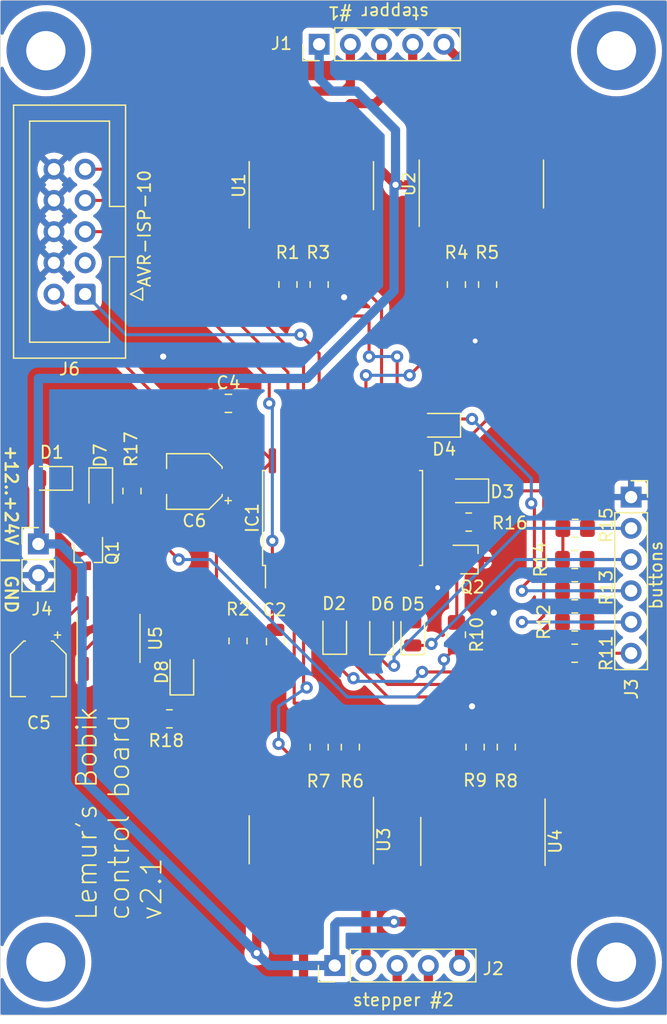
<source format=kicad_pcb>
(kicad_pcb (version 20221018) (generator pcbnew)
  (layers (0 "F.Cu" signal) (31 "B.Cu" signal) (34 "B.Paste" user) (35 "F.Paste" user) (36 "B.SilkS" user "B.Silkscreen") (37 "F.SilkS" user "F.Silkscreen") (38 "B.Mask" user) (39 "F.Mask" user) (44 "Edge.Cuts" user))
  (net 0 "")
  (net 1 "+5V")
  (net 2 "0V")
  (net 3 "+24V")
  (net 4 "Net-(Q1-D)")
  (net 9 "Net-(J1-Pin_2)")
  (net 10 "Net-(J1-Pin_3)")
  (net 11 "Net-(J1-Pin_4)")
  (net 12 "Net-(J1-Pin_5)")
  (net 13 "Net-(J2-Pin_2)")
  (net 14 "Net-(J2-Pin_3)")
  (net 15 "Net-(J2-Pin_4)")
  (net 16 "Net-(J2-Pin_5)")
  (net 19 "Net-(D1-K)")
  (net 21 "Net-(D2-K)")
  (net 22 "Net-(D2-A)")
  (net 23 "Net-(D3-K)")
  (net 24 "Net-(D3-A)")
  (net 25 "Net-(D4-K)")
  (net 26 "Net-(D4-A)")
  (net 27 "Net-(D5-K)")
  (net 28 "Net-(D5-A)")
  (net 29 "Net-(D6-K)")
  (net 30 "Net-(D6-A)")
  (net 31 "Net-(D7-A)")
  (net 32 "Net-(Q2-S)")
  (net 33 "Net-(D8-K)")
  (net 34 "Net-(IC1-PA2({slash}RESET))")
  (net 35 "Net-(IC1-(RXD)PD0)")
  (net 36 "Net-(IC1-(TXD)PD1)")
  (net 37 "Net-(IC1-PA1(XTAL2))")
  (net 38 "Net-(IC1-(INT0)PD2)")
  (net 39 "Net-(IC1-(INT1)PD3)")
  (net 40 "Net-(IC1-(AIN0)PB0)")
  (net 41 "Net-(IC1-(AIN1)PB1)")
  (net 42 "Net-(IC1-(OC0A)PB2)")
  (net 43 "Net-(IC1-(OC1A)PB3)")
  (net 44 "Net-(IC1-(MOSI)PB5)")
  (net 45 "Net-(IC1-(MISO)PB6)")
  (net 46 "Net-(IC1-(UCSK)PB7)")
  (footprint "Connector_IDC:IDC-Header_2x05_P2.54mm_Vertical" (layer "F.Cu") (at 128.27 87.63 180)
    (fp_text reference "J6")
    (fp_text value "AVR-ISP-10")
  )
  (footprint "Resistor_SMD:R_0805_2012Metric_Pad1.20x1.40mm_HandSolder" (layer "F.Cu") (at 149.86 124.476 -90)
    (fp_text reference "R6")
    (fp_text value "100kR")
  )
  (footprint "Resistor_SMD:R_0805_2012Metric_Pad1.20x1.40mm_HandSolder" (layer "F.Cu") (at 132.08 103.648 90)
    (fp_text reference "R17")
    (fp_text value "100kR")
  )
  (footprint "Diode_SMD:D_0805_2012Metric" (layer "F.Cu") (at 157.1475 98.298 180)
    (fp_text reference "D4")
    (fp_text value "TS418C")
  )
  (footprint "Connector_PinSocket_2.54mm:PinSocket_1x06_P2.54mm_Vertical" (layer "F.Cu") (at 172.72 104.14)
    (fp_text reference "J3")
    (fp_text value "buttons")
  )
  (footprint "Resistor_SMD:R_0805_2012Metric_Pad1.20x1.40mm_HandSolder" (layer "F.Cu") (at 168.132 114.3 180)
    (fp_text reference "R12")
    (fp_text value "10kR")
  )
  (footprint "Package_SO:SOIC-16_3.9x9.9mm_P1.27mm" (layer "F.Cu") (at 146.685 132.015 -90)
    (fp_text reference "U3")
    (fp_text value "ULN2003A")
  )
  (footprint "MountingHole:MountingHole_3.2mm_M3_Pad_TopBottom" (layer "F.Cu") (at 125.0711 67.8336)
    (fp_text reference "1" hide)
    (fp_text value "M3")
  )
  (footprint "Resistor_SMD:R_0805_2012Metric_Pad1.20x1.40mm_HandSolder" (layer "F.Cu") (at 159.496 106.172 180)
    (fp_text reference "R16")
    (fp_text value "100kR")
  )
  (footprint "Capacitor_SMD:CP_Elec_4x5.8" (layer "F.Cu") (at 124.46 118.11 -90)
    (fp_text reference "C5")
    (fp_text value "4.7µF")
  )
  (footprint "Resistor_SMD:R_0805_2012Metric_Pad1.20x1.40mm_HandSolder" (layer "F.Cu") (at 161.036 86.852 90)
    (fp_text reference "R5")
    (fp_text value "100kR")
  )
  (footprint "Resistor_SMD:R_0805_2012Metric_Pad1.20x1.40mm_HandSolder" (layer "F.Cu") (at 162.56 124.476 -90)
    (fp_text reference "R8")
    (fp_text value "100kR")
  )
  (footprint "Package_SO:SOIC-8_3.9x4.9mm_P1.27mm" (layer "F.Cu") (at 130.175 115.635 90)
    (fp_text reference "U5")
    (fp_text value "LM78L05_SO8")
  )
  (footprint "Diode_SMD:D_0805_2012Metric_Pad1.15x1.40mm_HandSolder" (layer "F.Cu") (at 129.54 103.623 -90)
    (fp_text reference "D7")
    (fp_text value "BZY55B3v0-RYG")
  )
  (footprint "Connector_PinHeader_2.54mm:PinHeader_1x05_P2.54mm_Vertical" (layer "F.Cu") (at 148.59 142.24 90)
    (fp_text reference "J2")
    (fp_text value "stepper #2")
  )
  (footprint "Connector_PinHeader_2.54mm:PinHeader_1x02_P2.54mm_Vertical" (layer "F.Cu") (at 124.46 107.95)
    (fp_text reference "J4")
    (fp_text value "power")
  )
  (footprint "Resistor_SMD:R_0805_2012Metric_Pad1.20x1.40mm_HandSolder" (layer "F.Cu") (at 147.32 86.852 90)
    (fp_text reference "R3")
    (fp_text value "100kR")
  )
  (footprint "Capacitor_SMD:CP_Elec_4x5.8" (layer "F.Cu") (at 137.16 102.87 180)
    (fp_text reference "C6")
    (fp_text value "4.7µF")
  )
  (footprint "Resistor_SMD:R_0805_2012Metric_Pad1.20x1.40mm_HandSolder" (layer "F.Cu") (at 147.32 124.476 -90)
    (fp_text reference "R7")
    (fp_text value "100kR")
  )
  (footprint "Resistor_SMD:R_0805_2012Metric_Pad1.20x1.40mm_HandSolder" (layer "F.Cu") (at 168.132 109.22 180)
    (fp_text reference "R14")
    (fp_text value "10kR")
  )
  (footprint "Package_TO_SOT_SMD:SOT-323_SC-70" (layer "F.Cu") (at 128.524 108.728 -90)
    (fp_text reference "Q1")
    (fp_text value "MMFTP84W")
  )
  (footprint "Resistor_SMD:R_0805_2012Metric_Pad1.20x1.40mm_HandSolder" (layer "F.Cu") (at 168.164 106.68 180)
    (fp_text reference "R15")
    (fp_text value "10kR")
  )
  (footprint "Diode_SMD:D_0805_2012Metric" (layer "F.Cu") (at 152.4 115.2675 90)
    (fp_text reference "D6")
    (fp_text value "TS418C")
  )
  (footprint "MountingHole:MountingHole_3.2mm_M3_Pad_TopBottom" (layer "F.Cu") (at 171.5261 67.8336)
    (fp_text reference "2" hide)
    (fp_text value "M3")
  )
  (footprint "Capacitor_SMD:C_0805_2012Metric" (layer "F.Cu") (at 143.764 115.89 -90)
    (fp_text reference "C2")
    (fp_text value "100nF")
  )
  (footprint "Package_SO:SOIC-16_3.9x9.9mm_P1.27mm" (layer "F.Cu") (at 160.528 78.675 90)
    (fp_text reference "U2")
    (fp_text value "ULN2003A")
  )
  (footprint "Diode_SMD:D_0805_2012Metric" (layer "F.Cu") (at 125.5545 102.616 180)
    (fp_text reference "D1")
    (fp_text value "TS418C")
  )
  (footprint "Capacitor_SMD:C_0805_2012Metric_Pad1.18x1.45mm_HandSolder" (layer "F.Cu") (at 139.9325 96.52)
    (fp_text reference "C4")
    (fp_text value "100nF")
  )
  (footprint "Diode_SMD:D_0805_2012Metric" (layer "F.Cu") (at 154.94 115.2675 90)
    (fp_text reference "D5")
    (fp_text value "TS418C")
  )
  (footprint "Package_TO_SOT_SMD:SOT-323_SC-70" (layer "F.Cu") (at 159.528 109.22)
    (fp_text reference "Q2")
    (fp_text value "MMFTP84W")
  )
  (footprint "Connector_PinHeader_2.54mm:PinHeader_1x05_P2.54mm_Vertical" (layer "F.Cu") (at 147.32 67.31 90)
    (fp_text reference "J1")
    (fp_text value "stepper #1")
  )
  (footprint "Package_SO:SOIC-20W_7.5x12.8mm_P1.27mm" (layer "F.Cu") (at 149.225 105.84 90)
    (fp_text reference "IC1")
    (fp_text value "TINY2313")
  )
  (footprint "Diode_SMD:D_0805_2012Metric" (layer "F.Cu") (at 148.59 115.2375 90)
    (fp_text reference "D2")
    (fp_text value "TS418C")
  )
  (footprint "MountingHole:MountingHole_3.2mm_M3_Pad_TopBottom" (layer "F.Cu") (at 171.5261 141.9636)
    (fp_text reference "4" hide)
    (fp_text value "M3")
  )
  (footprint "Diode_SMD:D_0805_2012Metric" (layer "F.Cu") (at 159.4335 103.632 180)
    (fp_text reference "D3")
    (fp_text value "TS418C")
  )
  (footprint "Resistor_SMD:R_0805_2012Metric_Pad1.20x1.40mm_HandSolder" (layer "F.Cu") (at 168.132 111.76 180)
    (fp_text reference "R13")
    (fp_text value "10kR")
  )
  (footprint "Resistor_SMD:R_0805_2012Metric_Pad1.20x1.40mm_HandSolder" (layer "F.Cu") (at 158.496 115.332 -90)
    (fp_text reference "R10")
    (fp_text value "10kR")
  )
  (footprint "MountingHole:MountingHole_3.2mm_M3_Pad_TopBottom" (layer "F.Cu") (at 125.0711 141.9636)
    (fp_text reference "3" hide)
    (fp_text value "M3")
  )
  (footprint "Package_SO:SOIC-16_3.9x9.9mm_P1.27mm" (layer "F.Cu") (at 146.685 78.805 90)
    (fp_text reference "U1")
    (fp_text value "ULN2003A")
  )
  (footprint "Package_SO:SOIC-16_3.9x9.9mm_P1.27mm" (layer "F.Cu") (at 160.655 132.145 -90)
    (fp_text reference "U4")
    (fp_text value "ULN2003A")
  )
  (footprint "Resistor_SMD:R_0805_2012Metric_Pad1.20x1.40mm_HandSolder" (layer "F.Cu") (at 160.02 124.476 -90)
    (fp_text reference "R9")
    (fp_text value "100kR")
  )
  (footprint "Resistor_SMD:R_0805_2012Metric_Pad1.20x1.40mm_HandSolder" (layer "F.Cu") (at 135.128 122.174)
    (fp_text reference "R18")
    (fp_text value "1kR")
  )
  (footprint "Resistor_SMD:R_0805_2012Metric_Pad1.20x1.40mm_HandSolder" (layer "F.Cu") (at 168.132 116.84 180)
    (fp_text reference "R11")
    (fp_text value "10kR")
  )
  (footprint "Resistor_SMD:R_0805_2012Metric_Pad1.20x1.40mm_HandSolder" (layer "F.Cu") (at 140.716 115.84 -90)
    (fp_text reference "R2")
    (fp_text value "10kR")
  )
  (footprint "Resistor_SMD:R_0805_2012Metric_Pad1.20x1.40mm_HandSolder" (layer "F.Cu") (at 144.78 86.852 90)
    (fp_text reference "R1")
    (fp_text value "100kR")
  )
  (footprint "LED_SMD:LED_0805_2012Metric_Pad1.15x1.40mm_HandSolder" (layer "F.Cu") (at 136.144 118.373 90)
    (fp_text reference "D8")
    (fp_text value "LED green")
  )
  (footprint "Resistor_SMD:R_0805_2012Metric_Pad1.20x1.40mm_HandSolder" (layer "F.Cu") (at 158.496 86.852 90)
    (fp_text reference "R4")
    (fp_text value "100kR")
  )
  (gr_line (start 121.3611 146.2736) (end 175.6411 146.2736) (stroke (width 0.05)) (layer "Edge.Cuts"))
  (gr_line (start 175.6411 63.7336) (end 121.3611 63.7336) (stroke (width 0.05)) (layer "Edge.Cuts"))
  (gr_line (start 175.6411 146.2736) (end 175.6411 63.7336) (stroke (width 0.05)) (layer "Edge.Cuts"))
  (gr_line (start 121.3611 63.7336) (end 121.3611 146.2736) (stroke (width 0.05)) (layer "Edge.Cuts"))
  (gr_text "Lemur's Bobik\ncontrol board\nv2.1" (at 134.62 138.684 90) (layer "F.SilkS") (effects (font (size 1.63576 1.63576) (thickness 0.14224)) (justify left bottom)))
  (gr_text "+12..+24V | GND" (at 121.666 99.822 270) (layer "F.SilkS") (effects (font (size 1 1) (thickness 0.1875)) (justify left bottom)))
  (segment (start 140.97 98.65) (end 143.51 101.19) (width 0.25) (layer "F.Cu") (net 1))
  (segment (start 138.96 113.29) (end 137.442 114.808) (width 0.25) (layer "F.Cu") (net 1))
  (segment (start 125.73 87.63) (end 139 100.9) (width 0.25) (layer "F.Cu") (net 1))
  (segment (start 137.16 114.808) (end 136.144 114.808) (width 0.25) (layer "F.Cu") (net 1))
  (segment (start 129.032 115.824) (end 128.27 116.586) (width 0.25) (layer "F.Cu") (net 1))
  (segment (start 132.588 115.824) (end 129.032 115.824) (width 0.25) (layer "F.Cu") (net 1))
  (segment (start 139 101.5) (end 138.96 101.54) (width 0.25) (layer "F.Cu") (net 1))
  (segment (start 140.97 96.52) (end 140.97 98.65) (width 0.25) (layer "F.Cu") (net 1))
  (segment (start 140.716 116.84) (end 139.192 116.84) (width 0.25) (layer "F.Cu") (net 1))
  (segment (start 139.192 116.84) (end 137.16 114.808) (width 0.25) (layer "F.Cu") (net 1))
  (segment (start 137.442 114.808) (end 137.16 114.808) (width 0.25) (layer "F.Cu") (net 1))
  (segment (start 136.144 114.808) (end 133.604 114.808) (width 0.25) (layer "F.Cu") (net 1))
  (segment (start 128.27 116.586) (end 128.27 118.11) (width 0.25) (layer "F.Cu") (net 1))
  (segment (start 141.83 102.87) (end 143.51 101.19) (width 0.25) (layer "F.Cu") (net 1))
  (segment (start 139 100.9) (end 139 101.5) (width 0.25) (layer "F.Cu") (net 1))
  (segment (start 138.96 102.87) (end 138.96 113.29) (width 0.25) (layer "F.Cu") (net 1))
  (segment (start 136.144 117.348) (end 136.144 114.808) (width 0.25) (layer "F.Cu") (net 1))
  (segment (start 138.96 101.54) (end 138.96 102.87) (width 0.25) (layer "F.Cu") (net 1))
  (segment (start 138.96 102.87) (end 141.83 102.87) (width 0.25) (layer "F.Cu") (net 1))
  (segment (start 133.604 114.808) (end 132.588 115.824) (width 0.25) (layer "F.Cu") (net 1))
  (segment (start 147.32 87.852) (end 149.32 87.852) (width 0.25) (layer "F.Cu") (net 2))
  (segment (start 158.496 87.852) (end 158.496 88.138) (width 0.25) (layer "F.Cu") (net 2))
  (segment (start 149.32 87.852) (end 149.352 87.884) (width 0.25) (layer "F.Cu") (net 2))
  (via (at 134.62 92.71) (size 1) (drill 0.5) (layers "F.Cu" "B.Cu") (net 2))
  (via (at 159.766 121.158) (size 1) (drill 0.5) (layers "F.Cu" "B.Cu") (net 2))
  (via (at 161.544 113.538) (size 1) (drill 0.5) (layers "F.Cu" "B.Cu") (net 2))
  (via (at 156.972 111.506) (size 0.8) (drill 0.4) (layers "F.Cu" "B.Cu") (net 2))
  (via (at 160.02 91.44) (size 0.8) (drill 0.4) (layers "F.Cu" "B.Cu") (net 2))
  (via (at 149.352 87.884) (size 1) (drill 0.5) (layers "F.Cu" "B.Cu") (net 2))
  (segment (start 142.24 134.49) (end 142.24 141.224) (width 0.75) (layer "F.Cu") (net 3))
  (segment (start 153.54 78.74) (end 164.084 78.74) (width 0.75) (layer "F.Cu") (net 3))
  (segment (start 154.94 138.684) (end 153.416 138.684) (width 0.75) (layer "F.Cu") (net 3))
  (segment (start 164.973 76.2) (end 164.973 77.851) (width 0.75) (layer "F.Cu") (net 3))
  (segment (start 124.617 107.793) (end 124.46 107.95) (width 0.75) (layer "F.Cu") (net 3))
  (segment (start 151.13 76.33) (end 153.54 78.74) (width 0.75) (layer "F.Cu") (net 3))
  (segment (start 156.21 134.62) (end 156.21 137.414) (width 0.75) (layer "F.Cu") (net 3))
  (segment (start 164.973 77.851) (end 164.084 78.74) (width 0.75) (layer "F.Cu") (net 3))
  (segment (start 156.21 137.414) (end 154.94 138.684) (width 0.75) (layer "F.Cu") (net 3))
  (segment (start 124.617 102.616) (end 124.617 107.793) (width 0.75) (layer "F.Cu") (net 3))
  (via (at 142.24 141.224) (size 1) (drill 0.5) (layers "F.Cu" "B.Cu") (net 3))
  (via (at 153.416 138.684) (size 1) (drill 0.5) (layers "F.Cu" "B.Cu") (net 3))
  (via (at 153.54 78.74) (size 1) (drill 0.5) (layers "F.Cu" "B.Cu") (net 3))
  (segment (start 147.32 70.104) (end 147.32 67.31) (width 0.75) (layer "B.Cu") (net 3))
  (segment (start 124.46 94.488) (end 146.304 94.488) (width 0.75) (layer "B.Cu") (net 3))
  (segment (start 148.844 138.684) (end 153.416 138.684) (width 0.75) (layer "B.Cu") (net 3))
  (segment (start 148.336 71.12) (end 147.32 70.104) (width 0.75) (layer "B.Cu") (net 3))
  (segment (start 150.368 71.12) (end 148.336 71.12) (width 0.75) (layer "B.Cu") (net 3))
  (segment (start 146.304 94.488) (end 153.416 87.376) (width 0.75) (layer "B.Cu") (net 3))
  (segment (start 143.256 142.24) (end 148.59 142.24) (width 0.75) (layer "B.Cu") (net 3))
  (segment (start 128.016 127) (end 143.256 142.24) (width 0.75) (layer "B.Cu") (net 3))
  (segment (start 148.59 138.938) (end 148.844 138.684) (width 0.75) (layer "B.Cu") (net 3))
  (segment (start 128.016 109.728) (end 128.016 127) (width 0.75) (layer "B.Cu") (net 3))
  (segment (start 153.54 78.74) (end 153.54 74.292) (width 0.75) (layer "B.Cu") (net 3))
  (segment (start 124.46 107.95) (end 126.238 107.95) (width 0.75) (layer "B.Cu") (net 3))
  (segment (start 124.46 107.95) (end 124.46 94.488) (width 0.75) (layer "B.Cu") (net 3))
  (segment (start 153.54 74.292) (end 150.368 71.12) (width 0.75) (layer "B.Cu") (net 3))
  (segment (start 148.59 142.24) (end 148.59 138.938) (width 0.75) (layer "B.Cu") (net 3))
  (segment (start 126.238 107.95) (end 128.016 109.728) (width 0.75) (layer "B.Cu") (net 3))
  (segment (start 153.416 87.376) (end 153.416 78.864) (width 0.75) (layer "B.Cu") (net 3))
  (segment (start 153.416 78.864) (end 153.54 78.74) (width 0.75) (layer "B.Cu") (net 3))
  (segment (start 124.46 116.31) (end 127.61 113.16) (width 0.25) (layer "F.Cu") (net 4))
  (segment (start 128.27 109.982) (end 128.524 109.728) (width 0.25) (layer "F.Cu") (net 4))
  (segment (start 127.61 113.16) (end 128.27 113.16) (width 0.25) (layer "F.Cu") (net 4))
  (segment (start 128.27 113.16) (end 128.27 109.982) (width 0.25) (layer "F.Cu") (net 4))
  (segment (start 149.86 67.31) (end 149.86 70.612) (width 0.75) (layer "F.Cu") (net 9))
  (segment (start 143.51 76.33) (end 142.24 76.33) (width 0.75) (layer "F.Cu") (net 9))
  (segment (start 146.304 71.12) (end 144.78 72.644) (width 0.75) (layer "F.Cu") (net 9))
  (segment (start 149.352 71.12) (end 146.304 71.12) (width 0.75) (layer "F.Cu") (net 9))
  (segment (start 144.78 76.33) (end 143.51 76.33) (width 0.75) (layer "F.Cu") (net 9))
  (segment (start 144.78 72.644) (end 144.78 76.33) (width 0.75) (layer "F.Cu") (net 9))
  (segment (start 149.86 70.612) (end 149.352 71.12) (width 0.75) (layer "F.Cu") (net 9))
  (segment (start 152.4 71.628) (end 151.892 72.136) (width 0.75) (layer "F.Cu") (net 10))
  (segment (start 149.86 72.136) (end 148.59 73.406) (width 0.75) (layer "F.Cu") (net 10))
  (segment (start 152.4 67.31) (end 152.4 71.628) (width 0.75) (layer "F.Cu") (net 10))
  (segment (start 147.32 76.33) (end 146.05 76.33) (width 0.75) (layer "F.Cu") (net 10))
  (segment (start 151.892 72.136) (end 149.86 72.136) (width 0.75) (layer "F.Cu") (net 10))
  (segment (start 148.59 76.33) (end 147.32 76.33) (width 0.75) (layer "F.Cu") (net 10))
  (segment (start 148.59 73.406) (end 148.59 76.33) (width 0.75) (layer "F.Cu") (net 10))
  (segment (start 156.083 76.2) (end 157.353 76.2) (width 0.75) (layer "F.Cu") (net 11))
  (segment (start 155.448 76.2) (end 156.083 76.2) (width 0.75) (layer "F.Cu") (net 11))
  (segment (start 157.353 76.2) (end 158.623 76.2) (width 0.75) (layer "F.Cu") (net 11))
  (segment (start 154.94 67.31) (end 154.94 75.692) (width 0.75) (layer "F.Cu") (net 11))
  (segment (start 154.94 75.692) (end 155.448 76.2) (width 0.75) (layer "F.Cu") (net 11))
  (segment (start 161.163 76.2) (end 162.433 76.2) (width 0.75) (layer "F.Cu") (net 12))
  (segment (start 157.48 67.31) (end 159.893 69.723) (width 0.75) (layer "F.Cu") (net 12))
  (segment (start 159.893 76.2) (end 161.163 76.2) (width 0.75) (layer "F.Cu") (net 12))
  (segment (start 159.893 69.723) (end 159.893 76.2) (width 0.75) (layer "F.Cu") (net 12))
  (segment (start 151.13 142.24) (end 151.13 134.49) (width 0.75) (layer "F.Cu") (net 13))
  (segment (start 149.86 134.49) (end 148.59 134.49) (width 0.75) (layer "F.Cu") (net 13))
  (segment (start 151.13 134.49) (end 149.86 134.49) (width 0.75) (layer "F.Cu") (net 13))
  (segment (start 153.67 142.24) (end 153.67 144.526) (width 0.75) (layer "F.Cu") (net 14))
  (segment (start 147.32 144.78) (end 146.05 143.51) (width 0.75) (layer "F.Cu") (net 14))
  (segment (start 146.05 134.49) (end 144.78 134.49) (width 0.75) (layer "F.Cu") (net 14))
  (segment (start 153.416 144.78) (end 147.32 144.78) (width 0.75) (layer "F.Cu") (net 14))
  (segment (start 146.05 134.49) (end 147.32 134.49) (width 0.75) (layer "F.Cu") (net 14))
  (segment (start 146.05 143.51) (end 146.05 134.49) (width 0.75) (layer "F.Cu") (net 14))
  (segment (start 153.67 144.526) (end 153.416 144.78) (width 0.75) (layer "F.Cu") (net 14))
  (segment (start 162.56 134.62) (end 163.83 134.62) (width 0.75) (layer "F.Cu") (net 15))
  (segment (start 156.464 144.272) (end 161.544 144.272) (width 0.75) (layer "F.Cu") (net 15))
  (segment (start 156.21 142.24) (end 156.21 144.018) (width 0.75) (layer "F.Cu") (net 15))
  (segment (start 163.83 134.62) (end 165.1 134.62) (width 0.75) (layer "F.Cu") (net 15))
  (segment (start 156.21 144.018) (end 156.464 144.272) (width 0.75) (layer "F.Cu") (net 15))
  (segment (start 162.56 143.256) (end 162.56 134.62) (width 0.75) (layer "F.Cu") (net 15))
  (segment (start 161.544 144.272) (end 162.56 143.256) (width 0.75) (layer "F.Cu") (net 15))
  (segment (start 160.02 134.62) (end 161.29 134.62) (width 0.75) (layer "F.Cu") (net 16))
  (segment (start 158.75 134.62) (end 160.02 134.62) (width 0.75) (layer "F.Cu") (net 16))
  (segment (start 158.75 142.24) (end 158.75 134.62) (width 0.75) (layer "F.Cu") (net 16))
  (segment (start 129.522 102.616) (end 129.54 102.598) (width 0.25) (layer "F.Cu") (net 19))
  (segment (start 126.492 102.616) (end 126.492 106.346) (width 0.25) (layer "F.Cu") (net 19))
  (segment (start 132.03 102.598) (end 132.08 102.648) (width 0.25) (layer "F.Cu") (net 19))
  (segment (start 126.492 106.346) (end 127.874 107.728) (width 0.25) (layer "F.Cu") (net 19))
  (segment (start 129.54 102.598) (end 132.03 102.598) (width 0.25) (layer "F.Cu") (net 19))
  (segment (start 126.492 102.616) (end 129.522 102.616) (width 0.25) (layer "F.Cu") (net 19))
  (segment (start 148.844 117.856) (end 149.86 118.872) (width 0.25) (layer "F.Cu") (net 21))
  (segment (start 155.702 118.364) (end 168.656 118.364) (width 0.25) (layer "F.Cu") (net 21))
  (segment (start 169.132 116.84) (end 172.72 116.84) (width 0.25) (layer "F.Cu") (net 21))
  (segment (start 149.86 118.872) (end 150.114 118.872) (width 0.25) (layer "F.Cu") (net 21))
  (segment (start 168.656 118.364) (end 169.164 117.856) (width 0.25) (layer "F.Cu") (net 21))
  (segment (start 169.132 117.824) (end 169.132 116.84) (width 0.25) (layer "F.Cu") (net 21))
  (segment (start 169.164 117.856) (end 169.132 117.824) (width 0.25) (layer "F.Cu") (net 21))
  (segment (start 148.59 116.175) (end 148.59 117.602) (width 0.25) (layer "F.Cu") (net 21))
  (segment (start 148.59 117.602) (end 148.844 117.856) (width 0.25) (layer "F.Cu") (net 21))
  (via (at 155.702 118.364) (size 1) (drill 0.5) (layers "F.Cu" "B.Cu") (net 21))
  (via (at 150.114 118.872) (size 1) (drill 0.5) (layers "F.Cu" "B.Cu") (net 21))
  (segment (start 154.94 119.126) (end 155.702 118.364) (width 0.25) (layer "B.Cu") (net 21))
  (segment (start 150.368 119.126) (end 154.94 119.126) (width 0.25) (layer "B.Cu") (net 21))
  (segment (start 150.114 118.872) (end 150.368 119.126) (width 0.25) (layer "B.Cu") (net 21))
  (segment (start 148.59 114.3) (end 148.59 110.49) (width 0.25) (layer "F.Cu") (net 22))
  (segment (start 160.371 103.632) (end 165.354 103.632) (width 0.25) (layer "F.Cu") (net 23))
  (segment (start 165.608 103.886) (end 165.608 113.792) (width 0.25) (layer "F.Cu") (net 23))
  (segment (start 165.1 114.3) (end 163.83 114.3) (width 0.25) (layer "F.Cu") (net 23))
  (segment (start 169.132 114.3) (end 172.72 114.3) (width 0.25) (layer "F.Cu") (net 23))
  (segment (start 165.354 103.632) (end 165.608 103.886) (width 0.25) (layer "F.Cu") (net 23))
  (segment (start 165.608 113.792) (end 165.1 114.3) (width 0.25) (layer "F.Cu") (net 23))
  (via (at 163.83 114.3) (size 1) (drill 0.5) (layers "F.Cu" "B.Cu") (net 23))
  (segment (start 172.72 114.3) (end 163.83 114.3) (width 0.25) (layer "B.Cu") (net 23))
  (segment (start 157.226 103.632) (end 156.972 103.886) (width 0.25) (layer "F.Cu") (net 24))
  (segment (start 148.59 103.632) (end 148.59 101.19) (width 0.25) (layer "F.Cu") (net 24))
  (segment (start 158.496 103.632) (end 157.226 103.632) (width 0.25) (layer "F.Cu") (net 24))
  (segment (start 148.844 103.886) (end 148.59 103.632) (width 0.25) (layer "F.Cu") (net 24))
  (segment (start 156.972 103.886) (end 148.844 103.886) (width 0.25) (layer "F.Cu") (net 24))
  (segment (start 163.83 111.76) (end 163.83 111.506) (width 0.25) (layer "F.Cu") (net 25))
  (segment (start 159.766 97.79) (end 158.593 97.79) (width 0.25) (layer "F.Cu") (net 25))
  (segment (start 169.132 111.76) (end 172.72 111.76) (width 0.25) (layer "F.Cu") (net 25))
  (segment (start 163.83 111.506) (end 164.846 110.49) (width 0.25) (layer "F.Cu") (net 25))
  (segment (start 164.846 104.902) (end 164.592 104.648) (width 0.25) (layer "F.Cu") (net 25))
  (segment (start 164.846 110.49) (end 164.846 104.902) (width 0.25) (layer "F.Cu") (net 25))
  (segment (start 158.593 97.79) (end 158.085 98.298) (width 0.25) (layer "F.Cu") (net 25))
  (via (at 164.592 104.648) (size 1) (drill 0.5) (layers "F.Cu" "B.Cu") (net 25))
  (via (at 163.83 111.76) (size 1) (drill 0.5) (layers "F.Cu" "B.Cu") (net 25))
  (via (at 159.766 97.79) (size 1) (drill 0.5) (layers "F.Cu" "B.Cu") (net 25))
  (segment (start 172.72 111.76) (end 163.83 111.76) (width 0.25) (layer "B.Cu") (net 25))
  (segment (start 164.592 102.616) (end 159.766 97.79) (width 0.25) (layer "B.Cu") (net 25))
  (segment (start 164.592 104.648) (end 164.592 102.616) (width 0.25) (layer "B.Cu") (net 25))
  (segment (start 154.94 99.568) (end 156.21 98.298) (width 0.25) (layer "F.Cu") (net 26))
  (segment (start 154.94 101.19) (end 154.94 99.568) (width 0.25) (layer "F.Cu") (net 26))
  (segment (start 169.132 109.22) (end 172.72 109.22) (width 0.25) (layer "F.Cu") (net 27))
  (segment (start 156.337 116.205) (end 156.464 116.078) (width 0.25) (layer "F.Cu") (net 27))
  (segment (start 154.94 116.205) (end 156.337 116.205) (width 0.25) (layer "F.Cu") (net 27))
  (via (at 156.464 116.078) (size 1) (drill 0.5) (layers "F.Cu" "B.Cu") (net 27))
  (segment (start 172.72 109.22) (end 163.83 109.22) (width 0.25) (layer "B.Cu") (net 27))
  (segment (start 163.83 109.22) (end 163.322 109.22) (width 0.25) (layer "B.Cu") (net 27))
  (segment (start 156.464 116.078) (end 163.322 109.22) (width 0.25) (layer "B.Cu") (net 27))
  (segment (start 154.94 114.33) (end 153.67 113.06) (width 0.25) (layer "F.Cu") (net 28))
  (segment (start 153.67 113.06) (end 153.67 110.49) (width 0.25) (layer "F.Cu") (net 28))
  (segment (start 152.908 117.856) (end 152.4 117.348) (width 0.25) (layer "F.Cu") (net 29))
  (segment (start 152.4 117.348) (end 152.4 116.205) (width 0.25) (layer "F.Cu") (net 29))
  (segment (start 153.416 117.856) (end 152.908 117.856) (width 0.25) (layer "F.Cu") (net 29))
  (segment (start 169.164 106.68) (end 172.72 106.68) (width 0.25) (layer "F.Cu") (net 29))
  (via (at 153.416 117.856) (size 1) (drill 0.5) (layers "F.Cu" "B.Cu") (net 29))
  (segment (start 163.83 106.68) (end 153.416 117.094) (width 0.25) (layer "B.Cu") (net 29))
  (segment (start 153.416 117.094) (end 153.416 117.856) (width 0.25) (layer "B.Cu") (net 29))
  (segment (start 172.72 106.68) (end 163.83 106.68) (width 0.25) (layer "B.Cu") (net 29))
  (segment (start 152.4 114.33) (end 152.4 110.49) (width 0.25) (layer "F.Cu") (net 30))
  (segment (start 129.174 105.014) (end 129.54 104.648) (width 0.25) (layer "F.Cu") (net 31))
  (segment (start 129.174 107.728) (end 129.174 105.014) (width 0.25) (layer "F.Cu") (net 31))
  (segment (start 167.164 109.188) (end 167.132 109.22) (width 0.25) (layer "F.Cu") (net 31))
  (segment (start 167.132 109.22) (end 167.132 111.76) (width 0.25) (layer "F.Cu") (net 31))
  (segment (start 158.496 116.332) (end 157.48 117.348) (width 0.25) (layer "F.Cu") (net 31))
  (segment (start 159.004 116.84) (end 158.496 116.332) (width 0.25) (layer "F.Cu") (net 31))
  (segment (start 167.132 114.3) (end 167.132 116.84) (width 0.25) (layer "F.Cu") (net 31))
  (segment (start 166.624 116.332) (end 167.132 116.84) (width 0.25) (layer "F.Cu") (net 31))
  (segment (start 167.164 106.68) (end 167.164 109.188) (width 0.25) (layer "F.Cu") (net 31))
  (segment (start 167.132 111.76) (end 167.132 114.3) (width 0.25) (layer "F.Cu") (net 31))
  (segment (start 135.89 109.22) (end 132.08 105.41) (width 0.25) (layer "F.Cu") (net 31))
  (segment (start 132.08 105.41) (end 132.08 104.648) (width 0.25) (layer "F.Cu") (net 31))
  (segment (start 158.496 116.332) (end 166.624 116.332) (width 0.25) (layer "F.Cu") (net 31))
  (segment (start 129.54 104.648) (end 132.08 104.648) (width 0.25) (layer "F.Cu") (net 31))
  (via (at 157.48 117.348) (size 1) (drill 0.5) (layers "F.Cu" "B.Cu") (net 31))
  (via (at 135.89 109.22) (size 1) (drill 0.5) (layers "F.Cu" "B.Cu") (net 31))
  (segment (start 155.194 120.396) (end 149.606 120.396) (width 0.25) (layer "B.Cu") (net 31))
  (segment (start 138.43 109.22) (end 135.89 109.22) (width 0.25) (layer "B.Cu") (net 31))
  (segment (start 149.606 120.396) (end 147.828 118.618) (width 0.25) (layer "B.Cu") (net 31))
  (segment (start 157.48 118.11) (end 155.194 120.396) (width 0.25) (layer "B.Cu") (net 31))
  (segment (start 147.828 118.618) (end 138.43 109.22) (width 0.25) (layer "B.Cu") (net 31))
  (segment (start 157.48 117.348) (end 157.48 118.11) (width 0.25) (layer "B.Cu") (net 31))
  (segment (start 158.528 114.3) (end 158.496 114.332) (width 0.25) (layer "F.Cu") (net 32))
  (segment (start 158.528 109.87) (end 158.528 114.3) (width 0.25) (layer "F.Cu") (net 32))
  (segment (start 136.144 122.158) (end 136.128 122.174) (width 0.25) (layer "F.Cu") (net 33))
  (segment (start 136.144 119.398) (end 136.144 122.158) (width 0.25) (layer "F.Cu") (net 33))
  (segment (start 140.716 114.84) (end 143.664 114.84) (width 0.25) (layer "F.Cu") (net 34))
  (segment (start 131.318 82.55) (end 128.27 82.55) (width 0.25) (layer "F.Cu") (net 34))
  (segment (start 143.51 114.686) (end 143.764 114.94) (width 0.25) (layer "F.Cu") (net 34))
  (segment (start 143.256 96.52) (end 143.256 94.488) (width 0.25) (layer "F.Cu") (net 34))
  (segment (start 143.256 94.488) (end 131.318 82.55) (width 0.25) (layer "F.Cu") (net 34))
  (segment (start 143.51 110.49) (end 143.51 114.686) (width 0.25) (layer "F.Cu") (net 34))
  (segment (start 143.664 114.84) (end 143.764 114.94) (width 0.25) (layer "F.Cu") (net 34))
  (segment (start 143.51 110.49) (end 143.51 107.696) (width 0.25) (layer "F.Cu") (net 34))
  (via (at 143.51 107.696) (size 1) (drill 0.5) (layers "F.Cu" "B.Cu") (net 34))
  (via (at 143.256 96.52) (size 1) (drill 0.5) (layers "F.Cu" "B.Cu") (net 34))
  (segment (start 143.51 96.774) (end 143.256 96.52) (width 0.25) (layer "B.Cu") (net 34))
  (segment (start 143.51 107.696) (end 143.51 96.774) (width 0.25) (layer "B.Cu") (net 34))
  (segment (start 148.59 122.174) (end 147.32 120.904) (width 0.25) (layer "F.Cu") (net 35))
  (segment (start 149.86 125.476) (end 149.86 129.54) (width 0.25) (layer "F.Cu") (net 35))
  (segment (start 148.844 125.476) (end 148.59 125.222) (width 0.25) (layer "F.Cu") (net 35))
  (segment (start 145.288 120.904) (end 145.288 113.792) (width 0.25) (layer "F.Cu") (net 35))
  (segment (start 145.288 113.792) (end 144.78 113.284) (width 0.25) (layer "F.Cu") (net 35))
  (segment (start 148.59 125.222) (end 148.59 122.174) (width 0.25) (layer "F.Cu") (net 35))
  (segment (start 149.86 125.476) (end 148.844 125.476) (width 0.25) (layer "F.Cu") (net 35))
  (segment (start 149.86 129.54) (end 151.13 129.54) (width 0.25) (layer "F.Cu") (net 35))
  (segment (start 149.86 129.54) (end 148.59 129.54) (width 0.25) (layer "F.Cu") (net 35))
  (segment (start 144.78 113.284) (end 144.78 110.49) (width 0.25) (layer "F.Cu") (net 35))
  (segment (start 147.32 120.904) (end 145.288 120.904) (width 0.25) (layer "F.Cu") (net 35))
  (segment (start 146.05 129.54) (end 144.78 129.54) (width 0.25) (layer "F.Cu") (net 36))
  (segment (start 147.32 125.476) (end 147.32 129.54) (width 0.25) (layer "F.Cu") (net 36))
  (segment (start 144.018 124.206) (end 145.288 125.476) (width 0.25) (layer "F.Cu") (net 36))
  (segment (start 146.304 119.634) (end 146.05 119.38) (width 0.25) (layer "F.Cu") (net 36))
  (segment (start 145.288 125.476) (end 147.32 125.476) (width 0.25) (layer "F.Cu") (net 36))
  (segment (start 146.05 119.38) (end 146.05 110.49) (width 0.25) (layer "F.Cu") (net 36))
  (segment (start 147.32 129.54) (end 146.05 129.54) (width 0.25) (layer "F.Cu") (net 36))
  (via (at 146.304 119.634) (size 1) (drill 0.5) (layers "F.Cu" "B.Cu") (net 36))
  (via (at 144.018 124.206) (size 1) (drill 0.5) (layers "F.Cu" "B.Cu") (net 36))
  (segment (start 144.018 121.158) (end 146.304 119.634) (width 0.25) (layer "B.Cu") (net 36))
  (segment (start 144.018 124.206) (end 144.018 121.158) (width 0.25) (layer "B.Cu") (net 36))
  (segment (start 147.462 108.57) (end 147.32 108.712) (width 0.25) (layer "F.Cu") (net 37))
  (segment (start 158.528 108.57) (end 147.462 108.57) (width 0.25) (layer "F.Cu") (net 37))
  (segment (start 147.32 108.712) (end 147.32 110.49) (width 0.25) (layer "F.Cu") (net 37))
  (segment (start 158.528 106.204) (end 158.496 106.172) (width 0.25) (layer "F.Cu") (net 37))
  (segment (start 158.528 108.57) (end 158.528 106.204) (width 0.25) (layer "F.Cu") (net 37))
  (segment (start 160.02 129.67) (end 161.29 129.67) (width 0.25) (layer "F.Cu") (net 38))
  (segment (start 150.368 117.856) (end 152.908 120.396) (width 0.25) (layer "F.Cu") (net 38))
  (segment (start 160.02 129.67) (end 158.75 129.67) (width 0.25) (layer "F.Cu") (net 38))
  (segment (start 157.48 121.412) (end 157.48 123.952) (width 0.25) (layer "F.Cu") (net 38))
  (segment (start 150.368 112.776) (end 150.368 117.856) (width 0.25) (layer "F.Cu") (net 38))
  (segment (start 159.004 125.476) (end 160.02 125.476) (width 0.25) (layer "F.Cu") (net 38))
  (segment (start 157.48 123.952) (end 159.004 125.476) (width 0.25) (layer "F.Cu") (net 38))
  (segment (start 160.02 125.476) (end 160.02 129.67) (width 0.25) (layer "F.Cu") (net 38))
  (segment (start 156.464 120.396) (end 157.48 121.412) (width 0.25) (layer "F.Cu") (net 38))
  (segment (start 149.86 110.49) (end 149.86 112.268) (width 0.25) (layer "F.Cu") (net 38))
  (segment (start 149.86 112.268) (end 150.368 112.776) (width 0.25) (layer "F.Cu") (net 38))
  (segment (start 152.908 120.396) (end 156.464 120.396) (width 0.25) (layer "F.Cu") (net 38))
  (segment (start 162.56 125.476) (end 162.56 129.67) (width 0.25) (layer "F.Cu") (net 39))
  (segment (start 151.13 117.602) (end 151.13 110.49) (width 0.25) (layer "F.Cu") (net 39))
  (segment (start 152.908 119.38) (end 151.13 117.602) (width 0.25) (layer "F.Cu") (net 39))
  (segment (start 161.29 119.38) (end 152.908 119.38) (width 0.25) (layer "F.Cu") (net 39))
  (segment (start 162.56 129.67) (end 163.83 129.67) (width 0.25) (layer "F.Cu") (net 39))
  (segment (start 162.56 125.476) (end 161.29 124.206) (width 0.25) (layer "F.Cu") (net 39))
  (segment (start 163.83 129.67) (end 165.1 129.67) (width 0.25) (layer "F.Cu") (net 39))
  (segment (start 161.29 124.206) (end 161.29 119.38) (width 0.25) (layer "F.Cu") (net 39))
  (segment (start 151.384 89.662) (end 151.13 89.408) (width 0.25) (layer "F.Cu") (net 40))
  (segment (start 146.558 89.408) (end 146.05 88.9) (width 0.25) (layer "F.Cu") (net 40))
  (segment (start 146.05 88.9) (end 146.05 86.36) (width 0.25) (layer "F.Cu") (net 40))
  (segment (start 146.05 86.36) (end 145.542 85.852) (width 0.25) (layer "F.Cu") (net 40))
  (segment (start 151.13 89.408) (end 146.558 89.408) (width 0.25) (layer "F.Cu") (net 40))
  (segment (start 144.78 81.28) (end 143.51 81.28) (width 0.25) (layer "F.Cu") (net 40))
  (segment (start 153.67 92.71) (end 153.67 101.19) (width 0.25) (layer "F.Cu") (net 40))
  (segment (start 144.78 85.852) (end 144.78 81.28) (width 0.25) (layer "F.Cu") (net 40))
  (segment (start 145.542 85.852) (end 144.78 85.852) (width 0.25) (layer "F.Cu") (net 40))
  (segment (start 143.51 81.28) (end 142.24 81.28) (width 0.25) (layer "F.Cu") (net 40))
  (segment (start 151.384 92.71) (end 151.384 89.662) (width 0.25) (layer "F.Cu") (net 40))
  (via (at 151.384 92.71) (size 1) (drill 0.5) (layers "F.Cu" "B.Cu") (net 40))
  (via (at 153.67 92.71) (size 1) (drill 0.5) (layers "F.Cu" "B.Cu") (net 40))
  (segment (start 151.384 92.71) (end 153.67 92.71) (width 0.25) (layer "B.Cu") (net 40))
  (segment (start 147.32 85.852) (end 149.606 85.852) (width 0.25) (layer "F.Cu") (net 41))
  (segment (start 147.32 81.28) (end 146.05 81.28) (width 0.25) (layer "F.Cu") (net 41))
  (segment (start 149.606 85.852) (end 152.4 88.646) (width 0.25) (layer "F.Cu") (net 41))
  (segment (start 147.32 85.852) (end 147.32 81.28) (width 0.25) (layer "F.Cu") (net 41))
  (segment (start 152.4 88.646) (end 152.4 101.19) (width 0.25) (layer "F.Cu") (net 41))
  (segment (start 147.32 81.28) (end 148.59 81.28) (width 0.25) (layer "F.Cu") (net 41))
  (segment (start 151.13 94.234) (end 151.13 101.19) (width 0.25) (layer "F.Cu") (net 42))
  (segment (start 158.623 81.15) (end 158.623 83.693) (width 0.25) (layer "F.Cu") (net 42))
  (segment (start 156.718 92.202) (end 154.686 94.234) (width 0.25) (layer "F.Cu") (net 42))
  (segment (start 157.48 85.852) (end 156.718 86.614) (width 0.25) (layer "F.Cu") (net 42))
  (segment (start 158.496 85.852) (end 157.48 85.852) (width 0.25) (layer "F.Cu") (net 42))
  (segment (start 158.496 83.82) (end 158.496 85.852) (width 0.25) (layer "F.Cu") (net 42))
  (segment (start 158.623 81.15) (end 157.353 81.15) (width 0.25) (layer "F.Cu") (net 42))
  (segment (start 158.623 83.693) (end 158.496 83.82) (width 0.25) (layer "F.Cu") (net 42))
  (segment (start 157.353 81.15) (end 156.083 81.15) (width 0.25) (layer "F.Cu") (net 42))
  (segment (start 156.718 86.614) (end 156.718 92.202) (width 0.25) (layer "F.Cu") (net 42))
  (via (at 151.13 94.234) (size 1) (drill 0.5) (layers "F.Cu" "B.Cu") (net 42))
  (via (at 154.686 94.234) (size 1) (drill 0.5) (layers "F.Cu" "B.Cu") (net 42))
  (segment (start 154.686 94.234) (end 151.13 94.234) (width 0.25) (layer "B.Cu") (net 42))
  (segment (start 161.163 81.15) (end 161.163 85.725) (width 0.25) (layer "F.Cu") (net 43))
  (segment (start 161.163 81.15) (end 162.433 81.15) (width 0.25) (layer "F.Cu") (net 43))
  (segment (start 161.163 81.15) (end 159.893 81.15) (width 0.25) (layer "F.Cu") (net 43))
  (segment (start 149.86 103.124) (end 149.86 101.19) (width 0.25) (layer "F.Cu") (net 43))
  (segment (start 161.163 85.725) (end 161.036 85.852) (width 0.25) (layer "F.Cu") (net 43))
  (segment (start 163.068 85.852) (end 163.576 86.36) (width 0.25) (layer "F.Cu") (net 43))
  (segment (start 155.702 103.124) (end 149.86 103.124) (width 0.25) (layer "F.Cu") (net 43))
  (segment (start 163.576 86.36) (end 163.576 95.25) (width 0.25) (layer "F.Cu") (net 43))
  (segment (start 163.576 95.25) (end 155.702 103.124) (width 0.25) (layer "F.Cu") (net 43))
  (segment (start 161.036 85.852) (end 163.068 85.852) (width 0.25) (layer "F.Cu") (net 43))
  (segment (start 147.32 92.456) (end 145.796 90.932) (width 0.25) (layer "F.Cu") (net 44))
  (segment (start 147.32 101.19) (end 147.32 92.456) (width 0.25) (layer "F.Cu") (net 44))
  (via (at 145.796 90.932) (size 1) (drill 0.5) (layers "F.Cu" "B.Cu") (net 44))
  (segment (start 145.796 90.932) (end 131.572 90.932) (width 0.25) (layer "B.Cu") (net 44))
  (segment (start 131.572 90.932) (end 128.27 87.63) (width 0.25) (layer "B.Cu") (net 44))
  (segment (start 132.842 77.47) (end 139.7 84.328) (width 0.25) (layer "F.Cu") (net 45))
  (segment (start 146.05 93.218) (end 146.05 101.19) (width 0.25) (layer "F.Cu") (net 45))
  (segment (start 128.27 77.47) (end 132.842 77.47) (width 0.25) (layer "F.Cu") (net 45))
  (segment (start 139.7 86.868) (end 146.05 93.218) (width 0.25) (layer "F.Cu") (net 45))
  (segment (start 139.7 84.328) (end 139.7 86.868) (width 0.25) (layer "F.Cu") (net 45))
  (segment (start 138.176 87.376) (end 144.78 93.98) (width 0.25) (layer "F.Cu") (net 46))
  (segment (start 138.176 85.852) (end 138.176 87.376) (width 0.25) (layer "F.Cu") (net 46))
  (segment (start 144.78 93.98) (end 144.78 101.19) (width 0.25) (layer "F.Cu") (net 46))
  (segment (start 132.334 80.01) (end 138.176 85.852) (width 0.25) (layer "F.Cu") (net 46))
  (segment (start 128.27 80.01) (end 132.334 80.01) (width 0.25) (layer "F.Cu") (net 46))
  (zone (net 2) (net_name "0V") (layers "F&B.Cu") (connect_pads (clearance 0.508)) (min_thickness 0.25) (fill yes (thermal_gap 0.5) (thermal_bridge_width 0.5))
    (polygon (pts (xy 121.3612 63.7286) (xy 121.3612 146.2786) (xy 175.641 146.2786) (xy 175.641 63.7286)))
  )
)
</source>
